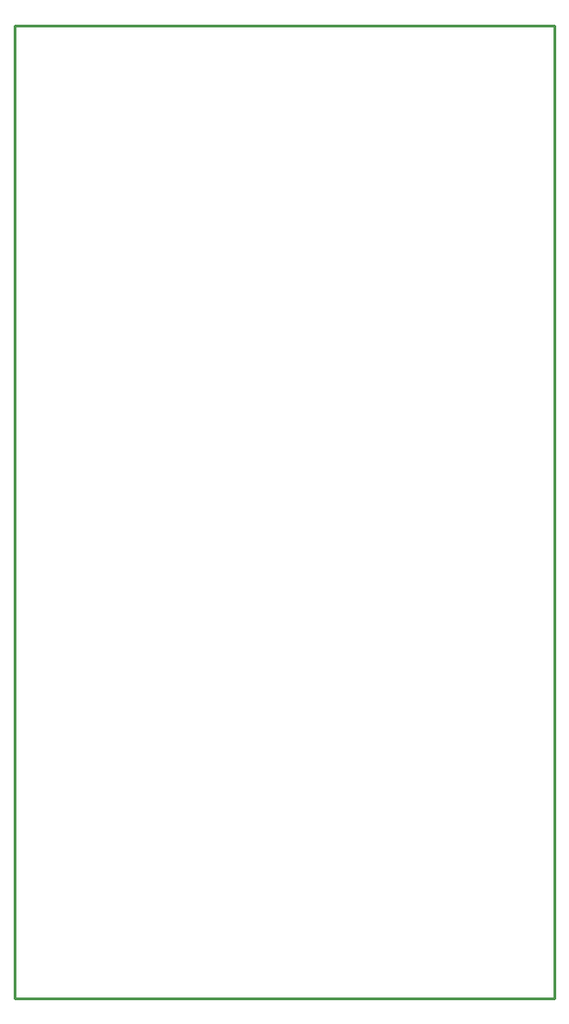
<source format=gbr>
G04 EAGLE Gerber RS-274X export*
G75*
%MOMM*%
%FSLAX34Y34*%
%LPD*%
%IN*%
%IPPOS*%
%AMOC8*
5,1,8,0,0,1.08239X$1,22.5*%
G01*
%ADD10C,0.254000*%


D10*
X0Y0D02*
X500000Y0D01*
X500000Y901000D01*
X0Y901000D01*
X0Y0D01*
M02*

</source>
